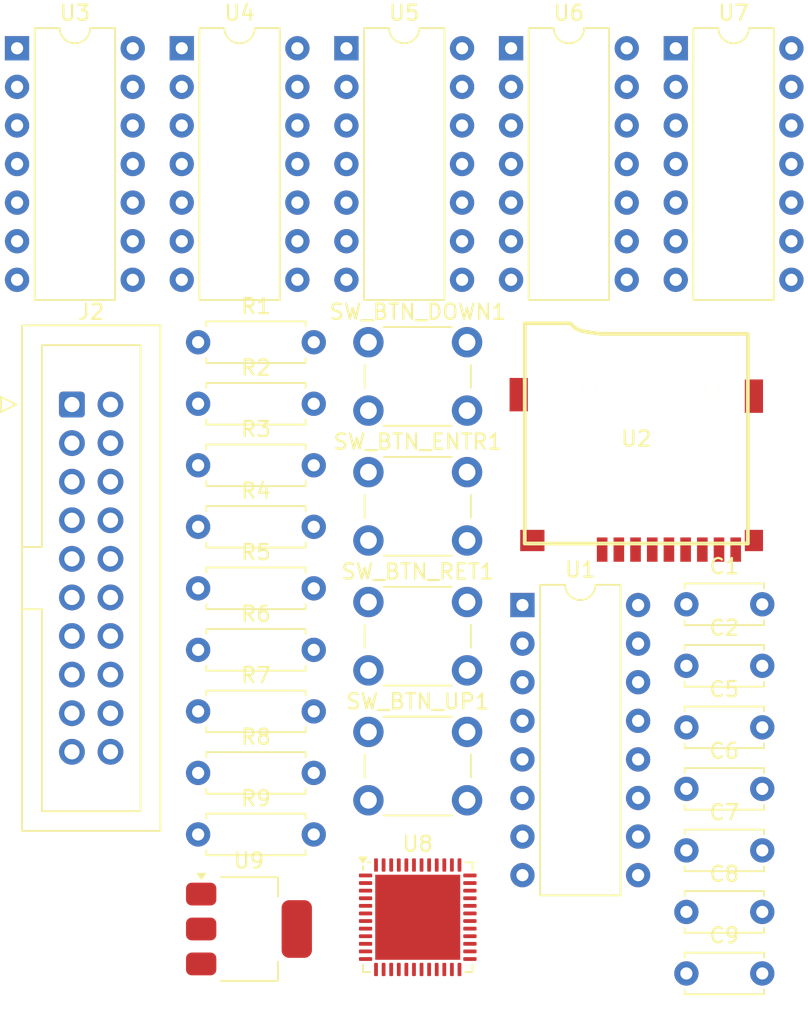
<source format=kicad_pcb>
(kicad_pcb (version 20240108) (generator "pcbnew") (generator_version "8.0")
  (layers (0 "F.Cu" signal) (31 "B.Cu" signal) (34 "B.Paste" user) (35 "F.Paste" user) (36 "B.SilkS" user "B.Silkscreen") (37 "F.SilkS" user "F.Silkscreen") (38 "B.Mask" user) (39 "F.Mask" user) (44 "Edge.Cuts" user))
  (net 0 "")
  (net 1 "Net-(U1A-Cext)")
  (net 2 "Net-(U1A-RCext)")
  (net 3 "Net-(U1B-Cext)")
  (net 4 "Net-(U1B-RCext)")
  (net 5 "GND")
  (net 6 "VCC")
  (net 8 "STEP2")
  (net 9 "WR_REQ")
  (net 10 "STEP3")
  (net 11 "DRIVE_ENABLE")
  (net 12 "STEP0")
  (net 13 "WRDATA")
  (net 18 "STEP1")
  (net 20 "RDDATA")
  (net 21 "WR_PROTECT")
  (net 22 "Net-(R3-Pad1)")
  (net 23 "Net-(R4-Pad1)")
  (net 24 "Net-(R5-Pad1)")
  (net 25 "Net-(R6-Pad1)")
  (net 26 "BTN_DOWN")
  (net 27 "BTN_ENTR")
  (net 28 "BTN_RET")
  (net 29 "BTN_UP")
  (net 30 "Net-(U1A-Q)")
  (net 32 "Net-(U1A-Clr)")
  (net 34 "Net-(U1B-Q)")
  (net 35 "SP1_MISO")
  (net 37 "/{slash}WRDATA")
  (net 38 "SPI2_MISO")
  (net 39 "+3.3V")
  (net 40 "SPI2_SCK")
  (net 41 "SPI2_MOSI")
  (net 42 "SD_EJECT")
  (net 43 "SPI2_NSS")
  (net 44 "WRPROT")
  (net 45 "SPI1_SCK")
  (net 46 "/{slash}WR_REQ")
  (net 47 "C_OUT")
  (net 48 "{slash}DRIVE_ENABLE")
  (net 49 "SPI3_SCK")
  (net 52 "NEW_WRDATA")
  (net 53 "Net-(U5B-D)")
  (net 54 "Net-(U5A-Q)")
  (net 57 "TIM4")
  (net 59 "Net-(U6A-Q3)")
  (net 63 "I2C_SDA")
  (net 64 "Net-(U8-VSS-Pad23)")
  (net 71 "USART1_RX")
  (net 76 "I2C_SCL")
  (net 79 "USART1_TX")
  (net 83 "SP1_SCK")
  (footprint "Package_DIP:DIP-14_W7.62mm" (layer "F.Cu") (at 116.1 35.1)
    (property "Reference" "U5" (at 3.81 -2.33 0) (layer "F.SilkS"))
    (property "Value" "74LS74")
    (fp_line (start 1.16 -1.33) (end 1.16 16.57) (stroke (width 0.12)) (layer "F.SilkS"))
    (fp_line (start 1.16 16.57) (end 6.46 16.57) (stroke (width 0.12)) (layer "F.SilkS"))
    (fp_line (start 2.81 -1.33) (end 1.16 -1.33) (stroke (width 0.12)) (layer "F.SilkS"))
    (fp_line (start 6.46 -1.33) (end 4.81 -1.33) (stroke (width 0.12)) (layer "F.SilkS"))
    (fp_line (start 6.46 16.57) (end 6.46 -1.33) (stroke (width 0.12)) (layer "F.SilkS"))
    (fp_arc (start 4.81 -1.33) (mid 3.81 -0.33) (end 2.81 -1.33) (stroke (width 0.12)) (layer "F.SilkS"))
    (pad "1" thru_hole rect (at 0 0) (size 1.6 1.6) (drill 0.8) (layers "*.Cu" "*.Mask") (net 6 "VCC"))
    (pad "2" thru_hole oval (at 0 2.54) (size 1.6 1.6) (drill 0.8) (layers "*.Cu" "*.Mask") (net 37 "/{slash}WRDATA"))
    (pad "3" thru_hole oval (at 0 5.08) (size 1.6 1.6) (drill 0.8) (layers "*.Cu" "*.Mask") (net 47 "C_OUT"))
    (pad "4" thru_hole oval (at 0 7.62) (size 1.6 1.6) (drill 0.8) (layers "*.Cu" "*.Mask") (net 6 "VCC"))
    (pad "5" thru_hole oval (at 0 10.16) (size 1.6 1.6) (drill 0.8) (layers "*.Cu" "*.Mask") (net 54 "Net-(U5A-Q)"))
    (pad "6" thru_hole oval (at 0 12.7) (size 1.6 1.6) (drill 0.8) (layers "*.Cu" "*.Mask"))
    (pad "7" thru_hole oval (at 0 15.24) (size 1.6 1.6) (drill 0.8) (layers "*.Cu" "*.Mask") (net 5 "GND"))
    (pad "8" thru_hole oval (at 7.62 15.24) (size 1.6 1.6) (drill 0.8) (layers "*.Cu" "*.Mask"))
    (pad "9" thru_hole oval (at 7.62 12.7) (size 1.6 1.6) (drill 0.8) (layers "*.Cu" "*.Mask") (net 52 "NEW_WRDATA"))
    (pad "10" thru_hole oval (at 7.62 10.16) (size 1.6 1.6) (drill 0.8) (layers "*.Cu" "*.Mask") (net 6 "VCC"))
    (pad "11" thru_hole oval (at 7.62 7.62) (size 1.6 1.6) (drill 0.8) (layers "*.Cu" "*.Mask") (net 47 "C_OUT"))
    (pad "12" thru_hole oval (at 7.62 5.08) (size 1.6 1.6) (drill 0.8) (layers "*.Cu" "*.Mask") (net 53 "Net-(U5B-D)"))
    (pad "13" thru_hole oval (at 7.62 2.54) (size 1.6 1.6) (drill 0.8) (layers "*.Cu" "*.Mask") (net 46 "/{slash}WR_REQ"))
    (pad "14" thru_hole oval (at 7.62 0) (size 1.6 1.6) (drill 0.8) (layers "*.Cu" "*.Mask") (net 6 "VCC"))
  )
  (footprint "Connector_IDC:IDC-Header_2x10_P2.54mm_Vertical" (layer "F.Cu") (at 98.015 58.55)
    (property "Reference" "J2" (at 1.27 -6.1 0) (layer "F.SilkS"))
    (property "Value" "APPLE_SDISKII")
    (fp_line (start -4.68 -0.5) (end -4.68 0.5) (stroke (width 0.12)) (layer "F.SilkS"))
    (fp_line (start -4.68 0.5) (end -3.68 0) (stroke (width 0.12)) (layer "F.SilkS"))
    (fp_line (start -3.68 0) (end -4.68 -0.5) (stroke (width 0.12)) (layer "F.SilkS"))
    (fp_line (start -3.29 -5.21) (end 5.83 -5.21) (stroke (width 0.12)) (layer "F.SilkS"))
    (fp_line (start -3.29 9.38) (end -1.98 9.38) (stroke (width 0.12)) (layer "F.SilkS"))
    (fp_line (start -3.29 28.07) (end -3.29 -5.21) (stroke (width 0.12)) (layer "F.SilkS"))
    (fp_line (start -1.98 -3.91) (end 4.52 -3.91) (stroke (width 0.12)) (layer "F.SilkS"))
    (fp_line (start -1.98 9.38) (end -1.98 -3.91) (stroke (width 0.12)) (layer "F.SilkS"))
    (fp_line (start -1.98 13.48) (end -3.29 13.48) (stroke (width 0.12)) (layer "F.SilkS"))
    (fp_line (start -1.98 13.48) (end -1.98 13.48) (stroke (width 0.12)) (layer "F.SilkS"))
    (fp_line (start -1.98 26.77) (end -1.98 13.48) (stroke (width 0.12)) (layer "F.SilkS"))
    (fp_line (start 4.52 -3.91) (end 4.52 26.77) (stroke (width 0.12)) (layer "F.SilkS"))
    (fp_line (start 4.52 26.77) (end -1.98 26.77) (stroke (width 0.12)) (layer "F.SilkS"))
    (fp_line (start 5.83 -5.21) (end 5.83 28.07) (stroke (width 0.12)) (layer "F.SilkS"))
    (fp_line (start 5.83 28.07) (end -3.29 28.07) (stroke (width 0.12)) (layer "F.SilkS"))
    (pad "1" thru_hole roundrect (at 0 0) (size 1.7 1.7) (drill 1) (layers "*.Cu" "*.Mask") (roundrect_rratio 0.147059) (net 5 "GND"))
    (pad "2" thru_hole circle (at 2.54 0) (size 1.7 1.7) (drill 1) (layers "*.Cu" "*.Mask") (net 12 "STEP0"))
    (pad "3" thru_hole circle (at 0 2.54) (size 1.7 1.7) (drill 1) (layers "*.Cu" "*.Mask") (net 5 "GND"))
    (pad "4" thru_hole circle (at 2.54 2.54) (size 1.7 1.7) (drill 1) (layers "*.Cu" "*.Mask") (net 18 "STEP1"))
    (pad "5" thru_hole circle (at 0 5.08) (size 1.7 1.7) (drill 1) (layers "*.Cu" "*.Mask") (net 5 "GND"))
    (pad "6" thru_hole circle (at 2.54 5.08) (size 1.7 1.7) (drill 1) (layers "*.Cu" "*.Mask") (net 8 "STEP2"))
    (pad "7" thru_hole circle (at 0 7.62) (size 1.7 1.7) (drill 1) (layers "*.Cu" "*.Mask") (net 5 "GND"))
    (pad "8" thru_hole circle (at 2.54 7.62) (size 1.7 1.7) (drill 1) (layers "*.Cu" "*.Mask") (net 10 "STEP3"))
    (pad "9" thru_hole circle (at 0 10.16) (size 1.7 1.7) (drill 1) (layers "*.Cu" "*.Mask"))
    (pad "10" thru_hole circle (at 2.54 10.16) (size 1.7 1.7) (drill 1) (layers "*.Cu" "*.Mask") (net 9 "WR_REQ"))
    (pad "11" thru_hole circle (at 0 12.7) (size 1.7 1.7) (drill 1) (layers "*.Cu" "*.Mask"))
    (pad "12" thru_hole circle (at 2.54 12.7) (size 1.7 1.7) (drill 1) (layers "*.Cu" "*.Mask") (net 6 "VCC"))
    (pad "13" thru_hole circle (at 0 15.24) (size 1.7 1.7) (drill 1) (layers "*.Cu" "*.Mask"))
    (pad "14" thru_hole circle (at 2.54 15.24) (size 1.7 1.7) (drill 1) (layers "*.Cu" "*.Mask") (net 11 "DRIVE_ENABLE"))
    (pad "15" thru_hole circle (at 0 17.78) (size 1.7 1.7) (drill 1) (layers "*.Cu" "*.Mask"))
    (pad "16" thru_hole circle (at 2.54 17.78) (size 1.7 1.7) (drill 1) (layers "*.Cu" "*.Mask") (net 20 "RDDATA"))
    (pad "17" thru_hole circle (at 0 20.32) (size 1.7 1.7) (drill 1) (layers "*.Cu" "*.Mask"))
    (pad "18" thru_hole circle (at 2.54 20.32) (size 1.7 1.7) (drill 1) (layers "*.Cu" "*.Mask") (net 13 "WRDATA"))
    (pad "19" thru_hole circle (at 0 22.86) (size 1.7 1.7) (drill 1) (layers "*.Cu" "*.Mask"))
    (pad "20" thru_hole circle (at 2.54 22.86) (size 1.7 1.7) (drill 1) (layers "*.Cu" "*.Mask") (net 21 "WR_PROTECT"))
  )
  (footprint "Resistor_THT:R_Axial_DIN0207_L6.3mm_D2.5mm_P7.62mm_Horizontal" (layer "F.Cu") (at 106.33 74.7)
    (property "Reference" "R6" (at 3.81 -2.37 0) (layer "F.SilkS"))
    (property "Value" "10k")
    (fp_line (start 0.54 -1.37) (end 7.08 -1.37) (stroke (width 0.12)) (layer "F.SilkS"))
    (fp_line (start 0.54 -1.04) (end 0.54 -1.37) (stroke (width 0.12)) (layer "F.SilkS"))
    (fp_line (start 0.54 1.04) (end 0.54 1.37) (stroke (width 0.12)) (layer "F.SilkS"))
    (fp_line (start 0.54 1.37) (end 7.08 1.37) (stroke (width 0.12)) (layer "F.SilkS"))
    (fp_line (start 7.08 -1.37) (end 7.08 -1.04) (stroke (width 0.12)) (layer "F.SilkS"))
    (fp_line (start 7.08 1.37) (end 7.08 1.04) (stroke (width 0.12)) (layer "F.SilkS"))
    (pad "1" thru_hole circle (at 0 0) (size 1.6 1.6) (drill 0.8) (layers "*.Cu" "*.Mask") (net 25 "Net-(R6-Pad1)"))
    (pad "2" thru_hole oval (at 7.62 0) (size 1.6 1.6) (drill 0.8) (layers "*.Cu" "*.Mask") (net 6 "VCC"))
  )
  (footprint "Button_Switch_THT:SW_PUSH_6mm" (layer "F.Cu") (at 117.55 80.1)
    (property "Reference" "SW_BTN_UP1" (at 3.25 -2 0) (layer "F.SilkS"))
    (property "Value" "SW_Push")
    (fp_line (start -0.25 1.5) (end -0.25 3) (stroke (width 0.12)) (layer "F.SilkS"))
    (fp_line (start 1 5.5) (end 5.5 5.5) (stroke (width 0.12)) (layer "F.SilkS"))
    (fp_line (start 5.5 -1) (end 1 -1) (stroke (width 0.12)) (layer "F.SilkS"))
    (fp_line (start 6.75 3) (end 6.75 1.5) (stroke (width 0.12)) (layer "F.SilkS"))
    (pad "1" thru_hole circle (at 0 0 90) (size 2 2) (drill 1.1) (layers "*.Cu" "*.Mask") (net 23 "Net-(R4-Pad1)"))
    (pad "1" thru_hole circle (at 6.5 0 90) (size 2 2) (drill 1.1) (layers "*.Cu" "*.Mask") (net 23 "Net-(R4-Pad1)"))
    (pad "2" thru_hole circle (at 0 4.5 90) (size 2 2) (drill 1.1) (layers "*.Cu" "*.Mask") (net 29 "BTN_UP"))
    (pad "2" thru_hole circle (at 6.5 4.5 90) (size 2 2) (drill 1.1) (layers "*.Cu" "*.Mask") (net 29 "BTN_UP"))
  )
  (footprint "Resistor_THT:R_Axial_DIN0207_L6.3mm_D2.5mm_P7.62mm_Horizontal" (layer "F.Cu") (at 106.33 58.5)
    (property "Reference" "R2" (at 3.81 -2.37 0) (layer "F.SilkS"))
    (property "Value" "10k")
    (fp_line (start 0.54 -1.37) (end 7.08 -1.37) (stroke (width 0.12)) (layer "F.SilkS"))
    (fp_line (start 0.54 -1.04) (end 0.54 -1.37) (stroke (width 0.12)) (layer "F.SilkS"))
    (fp_line (start 0.54 1.04) (end 0.54 1.37) (stroke (width 0.12)) (layer "F.SilkS"))
    (fp_line (start 0.54 1.37) (end 7.08 1.37) (stroke (width 0.12)) (layer "F.SilkS"))
    (fp_line (start 7.08 -1.37) (end 7.08 -1.04) (stroke (width 0.12)) (layer "F.SilkS"))
    (fp_line (start 7.08 1.37) (end 7.08 1.04) (stroke (width 0.12)) (layer "F.SilkS"))
    (pad "1" thru_hole circle (at 0 0) (size 1.6 1.6) (drill 0.8) (layers "*.Cu" "*.Mask") (net 4 "Net-(U1B-RCext)"))
    (pad "2" thru_hole oval (at 7.62 0) (size 1.6 1.6) (drill 0.8) (layers "*.Cu" "*.Mask") (net 6 "VCC"))
  )
  (footprint "Resistor_THT:R_Axial_DIN0207_L6.3mm_D2.5mm_P7.62mm_Horizontal" (layer "F.Cu") (at 106.33 82.8)
    (property "Reference" "R8" (at 3.81 -2.37 0) (layer "F.SilkS"))
    (property "Value" "1k")
    (fp_line (start 0.54 -1.37) (end 7.08 -1.37) (stroke (width 0.12)) (layer "F.SilkS"))
    (fp_line (start 0.54 -1.04) (end 0.54 -1.37) (stroke (width 0.12)) (layer "F.SilkS"))
    (fp_line (start 0.54 1.04) (end 0.54 1.37) (stroke (width 0.12)) (layer "F.SilkS"))
    (fp_line (start 0.54 1.37) (end 7.08 1.37) (stroke (width 0.12)) (layer "F.SilkS"))
    (fp_line (start 7.08 -1.37) (end 7.08 -1.04) (stroke (width 0.12)) (layer "F.SilkS"))
    (fp_line (start 7.08 1.37) (end 7.08 1.04) (stroke (width 0.12)) (layer "F.SilkS"))
    (pad "1" thru_hole circle (at 0 0) (size 1.6 1.6) (drill 0.8) (layers "*.Cu" "*.Mask") (net 6 "VCC"))
    (pad "2" thru_hole oval (at 7.62 0) (size 1.6 1.6) (drill 0.8) (layers "*.Cu" "*.Mask") (net 21 "WR_PROTECT"))
  )
  (footprint "Capacitor_THT:C_Disc_D5.0mm_W2.5mm_P5.00mm" (layer "F.Cu") (at 138.5 96)
    (property "Reference" "C9" (at 2.5 -2.5 0) (layer "F.SilkS"))
    (property "Value" "100nF")
    (fp_line (start -0.12 -1.37) (end -0.12 -1.055) (stroke (width 0.12)) (layer "F.SilkS"))
    (fp_line (start -0.12 -1.37) (end 5.12 -1.37) (stroke (width 0.12)) (layer "F.SilkS"))
    (fp_line (start -0.12 1.055) (end -0.12 1.37) (stroke (width 0.12)) (layer "F.SilkS"))
    (fp_line (start -0.12 1.37) (end 5.12 1.37) (stroke (width 0.12)) (layer "F.SilkS"))
    (fp_line (start 5.12 -1.37) (end 5.12 -1.055) (stroke (width 0.12)) (layer "F.SilkS"))
    (fp_line (start 5.12 1.055) (end 5.12 1.37) (stroke (width 0.12)) (layer "F.SilkS"))
    (pad "1" thru_hole circle (at 0 0) (size 1.6 1.6) (drill 0.8) (layers "*.Cu" "*.Mask") (net 6 "VCC"))
    (pad "2" thru_hole circle (at 5 0) (size 1.6 1.6) (drill 0.8) (layers "*.Cu" "*.Mask") (net 5 "GND"))
  )
  (footprint "Resistor_THT:R_Axial_DIN0207_L6.3mm_D2.5mm_P7.62mm_Horizontal" (layer "F.Cu") (at 106.33 54.45)
    (property "Reference" "R1" (at 3.81 -2.37 0) (layer "F.SilkS"))
    (property "Value" "10k")
    (fp_line (start 0.54 -1.37) (end 7.08 -1.37) (stroke (width 0.12)) (layer "F.SilkS"))
    (fp_line (start 0.54 -1.04) (end 0.54 -1.37) (stroke (width 0.12)) (layer "F.SilkS"))
    (fp_line (start 0.54 1.04) (end 0.54 1.37) (stroke (width 0.12)) (layer "F.SilkS"))
    (fp_line (start 0.54 1.37) (end 7.08 1.37) (stroke (width 0.12)) (layer "F.SilkS"))
    (fp_line (start 7.08 -1.37) (end 7.08 -1.04) (stroke (width 0.12)) (layer "F.SilkS"))
    (fp_line (start 7.08 1.37) (end 7.08 1.04) (stroke (width 0.12)) (layer "F.SilkS"))
    (pad "1" thru_hole circle (at 0 0) (size 1.6 1.6) (drill 0.8) (layers "*.Cu" "*.Mask") (net 2 "Net-(U1A-RCext)"))
    (pad "2" thru_hole oval (at 7.62 0) (size 1.6 1.6) (drill 0.8) (layers "*.Cu" "*.Mask") (net 6 "VCC"))
  )
  (footprint "Capacitor_THT:C_Disc_D5.0mm_W2.5mm_P5.00mm" (layer "F.Cu") (at 138.5 71.7)
    (property "Reference" "C1" (at 2.5 -2.5 0) (layer "F.SilkS"))
    (property "Value" "220pF")
    (fp_line (start -0.12 -1.37) (end -0.12 -1.055) (stroke (width 0.12)) (layer "F.SilkS"))
    (fp_line (start -0.12 -1.37) (end 5.12 -1.37) (stroke (width 0.12)) (layer "F.SilkS"))
    (fp_line (start -0.12 1.055) (end -0.12 1.37) (stroke (width 0.12)) (layer "F.SilkS"))
    (fp_line (start -0.12 1.37) (end 5.12 1.37) (stroke (width 0.12)) (layer "F.SilkS"))
    (fp_line (start 5.12 -1.37) (end 5.12 -1.055) (stroke (width 0.12)) (layer "F.SilkS"))
    (fp_line (start 5.12 1.055) (end 5.12 1.37) (stroke (width 0.12)) (layer "F.SilkS"))
    (pad "1" thru_hole circle (at 0 0) (size 1.6 1.6) (drill 0.8) (layers "*.Cu" "*.Mask") (net 2 "Net-(U1A-RCext)"))
    (pad "2" thru_hole circle (at 5 0) (size 1.6 1.6) (drill 0.8) (layers "*.Cu" "*.Mask") (net 1 "Net-(U1A-Cext)"))
  )
  (footprint "Resistor_THT:R_Axial_DIN0207_L6.3mm_D2.5mm_P7.62mm_Horizontal" (layer "F.Cu") (at 106.33 86.85)
    (property "Reference" "R9" (at 3.81 -2.37 0) (layer "F.SilkS"))
    (property "Value" "1k")
    (fp_line (start 0.54 -1.37) (end 7.08 -1.37) (stroke (width 0.12)) (layer "F.SilkS"))
    (fp_line (start 0.54 -1.04) (end 0.54 -1.37) (stroke (width 0.12)) (layer "F.SilkS"))
    (fp_line (start 0.54 1.04) (end 0.54 1.37) (stroke (width 0.12)) (layer "F.SilkS"))
    (fp_line (start 0.54 1.37) (end 7.08 1.37) (stroke (width 0.12)) (layer "F.SilkS"))
    (fp_line (start 7.08 -1.37) (end 7.08 -1.04) (stroke (width 0.12)) (layer "F.SilkS"))
    (fp_line (start 7.08 1.37) (end 7.08 1.04) (stroke (width 0.12)) (layer "F.SilkS"))
    (pad "1" thru_hole circle (at 0 0) (size 1.6 1.6) (drill 0.8) (layers "*.Cu" "*.Mask") (net 20 "RDDATA"))
    (pad "2" thru_hole oval (at 7.62 0) (size 1.6 1.6) (drill 0.8) (layers "*.Cu" "*.Mask") (net 6 "VCC"))
  )
  (footprint "Resistor_THT:R_Axial_DIN0207_L6.3mm_D2.5mm_P7.62mm_Horizontal" (layer "F.Cu") (at 106.33 66.6)
    (property "Reference" "R4" (at 3.81 -2.37 0) (layer "F.SilkS"))
    (property "Value" "10k")
    (fp_line (start 0.54 -1.37) (end 7.08 -1.37) (stroke (width 0.12)) (layer "F.SilkS"))
    (fp_line (start 0.54 -1.04) (end 0.54 -1.37) (stroke (width 0.12)) (layer "F.SilkS"))
    (fp_line (start 0.54 1.04) (end 0.54 1.37) (stroke (width 0.12)) (layer "F.SilkS"))
    (fp_line (start 0.54 1.37) (end 7.08 1.37) (stroke (width 0.12)) (layer "F.SilkS"))
    (fp_line (start 7.08 -1.37) (end 7.08 -1.04) (stroke (width 0.12)) (layer "F.SilkS"))
    (fp_line (start 7.08 1.37) (end 7.08 1.04) (stroke (width 0.12)) (layer "F.SilkS"))
    (pad "1" thru_hole circle (at 0 0) (size 1.6 1.6) (drill 0.8) (layers "*.Cu" "*.Mask") (net 23 "Net-(R4-Pad1)"))
    (pad "2" thru_hole oval (at 7.62 0) (size 1.6 1.6) (drill 0.8) (layers "*.Cu" "*.Mask") (net 6 "VCC"))
  )
  (footprint "Resistor_THT:R_Axial_DIN0207_L6.3mm_D2.5mm_P7.62mm_Horizontal" (layer "F.Cu") (at 106.33 78.75)
    (property "Reference" "R7" (at 3.81 -2.37 0) (layer "F.SilkS"))
    (property "Value" "1k")
    (fp_line (start 0.54 -1.37) (end 7.08 -1.37) (stroke (width 0.12)) (layer "F.SilkS"))
    (fp_line (start 0.54 -1.04) (end 0.54 -1.37) (stroke (width 0.12)) (layer "F.SilkS"))
    (fp_line (start 0.54 1.04) (end 0.54 1.37) (stroke (width 0.12)) (layer "F.SilkS"))
    (fp_line (start 0.54 1.37) (end 7.08 1.37) (stroke (width 0.12)) (layer "F.SilkS"))
    (fp_line (start 7.08 -1.37) (end 7.08 -1.04) (stroke (width 0.12)) (layer "F.SilkS"))
    (fp_line (start 7.08 1.37) (end 7.08 1.04) (stroke (width 0.12)) (layer "F.SilkS"))
    (pad "1" thru_hole circle (at 0 0) (size 1.6 1.6) (drill 0.8) (layers "*.Cu" "*.Mask") (net 9 "WR_REQ"))
    (pad "2" thru_hole oval (at 7.62 0) (size 1.6 1.6) (drill 0.8) (layers "*.Cu" "*.Mask") (net 6 "VCC"))
  )
  (footprint "Package_DIP:DIP-14_W7.62mm" (layer "F.Cu") (at 94.4 35.1)
    (property "Reference" "U3" (at 3.81 -2.33 0) (layer "F.SilkS"))
    (property "Value" "74LS125")
    (fp_line (start 1.16 -1.33) (end 1.16 16.57) (stroke (width 0.12)) (layer "F.SilkS"))
    (fp_line (start 1.16 16.57) (end 6.46 16.57) (stroke (width 0.12)) (layer "F.SilkS"))
    (fp_line (start 2.81 -1.33) (end 1.16 -1.33) (stroke (width 0.12)) (layer "F.SilkS"))
    (fp_line (start 6.46 -1.33) (end 4.81 -1.33) (stroke (width 0.12)) (layer "F.SilkS"))
    (fp_line (start 6.46 16.57) (end 6.46 -1.33) (stroke (width 0.12)) (layer "F.SilkS"))
    (fp_arc (start 4.81 -1.33) (mid 3.81 -0.33) (end 2.81 -1.33) (stroke (width 0.12)) (layer "F.SilkS"))
    (pad "1" thru_hole rect (at 0 0) (size 1.6 1.6) (drill 0.8) (layers "*.Cu" "*.Mask") (net 11 "DRIVE_ENABLE"))
    (pad "2" thru_hole oval (at 0 2.54) (size 1.6 1.6) (drill 0.8) (layers "*.Cu" "*.Mask") (net 30 "Net-(U1A-Q)"))
    (pad "3" thru_hole oval (at 0 5.08) (size 1.6 1.6) (drill 0.8) (layers "*.Cu" "*.Mask") (net 20 "RDDATA"))
    (pad "4" thru_hole oval (at 0 7.62) (size 1.6 1.6) (drill 0.8) (layers "*.Cu" "*.Mask") (net 11 "DRIVE_ENABLE"))
    (pad "5" thru_hole oval (at 0 10.16) (size 1.6 1.6) (drill 0.8) (layers "*.Cu" "*.Mask") (net 44 "WRPROT"))
    (pad "6" thru_hole oval (at 0 12.7) (size 1.6 1.6) (drill 0.8) (layers "*.Cu" "*.Mask") (net 21 "WR_PROTECT"))
    (pad "7" thru_hole oval (at 0 15.24) (size 1.6 1.6) (drill 0.8) (layers "*.Cu" "*.Mask") (net 5 "GND"))
    (pad "8" thru_hole oval (at 7.62 15.24) (size 1.6 1.6) (drill 0.8) (layers "*.Cu" "*.Mask"))
    (pad "9" thru_hole oval (at 7.62 12.7) (size 1.6 1.6) (drill 0.8) (layers "*.Cu" "*.Mask"))
    (pad "10" thru_hole oval (at 7.62 10.16) (size 1.6 1.6) (drill 0.8) (layers "*.Cu" "*.Mask"))
    (pad "11" thru_hole oval (at 7.62 7.62) (size 1.6 1.6) (drill 0.8) (layers "*.Cu" "*.Mask"))
    (pad "12" thru_hole oval (at 7.62 5.08) (size 1.6 1.6) (drill 0.8) (layers "*.Cu" "*.Mask"))
    (pad "13" thru_hole oval (at 7.62 2.54) (size 1.6 1.6) (drill 0.8) (layers "*.Cu" "*.Mask"))
    (pad "14" thru_hole oval (at 7.62 0) (size 1.6 1.6) (drill 0.8) (layers "*.Cu" "*.Mask") (net 6 "VCC"))
  )
  (footprint "Capacitor_THT:C_Disc_D5.0mm_W2.5mm_P5.00mm" (layer "F.Cu") (at 138.5 87.9)
    (property "Reference" "C7" (at 2.5 -2.5 0) (layer "F.SilkS"))
    (property "Value" "100nF")
    (fp_line (start -0.12 -1.37) (end -0.12 -1.055) (stroke (width 0.12)) (layer "F.SilkS"))
    (fp_line (start -0.12 -1.37) (end 5.12 -1.37) (stroke (width 0.12)) (layer "F.SilkS"))
    (fp_line (start -0.12 1.055) (end -0.12 1.37) (stroke (width 0.12)) (layer "F.SilkS"))
    (fp_line (start -0.12 1.37) (end 5.12 1.37) (stroke (width 0.12)) (layer "F.SilkS"))
    (fp_line (start 5.12 -1.37) (end 5.12 -1.055) (stroke (width 0.12)) (layer "F.SilkS"))
    (fp_line (start 5.12 1.055) (end 5.12 1.37) (stroke (width 0.12)) (layer "F.SilkS"))
    (pad "1" thru_hole circle (at 0 0) (size 1.6 1.6) (drill 0.8) (layers "*.Cu" "*.Mask") (net 6 "VCC"))
    (pad "2" thru_hole circle (at 5 0) (size 1.6 1.6) (drill 0.8) (layers "*.Cu" "*.Mask") (net 5 "GND"))
  )
  (footprint "Capacitor_THT:C_Disc_D5.0mm_W2.5mm_P5.00mm" (layer "F.Cu") (at 138.5 79.8)
    (property "Reference" "C5" (at 2.5 -2.5 0) (layer "F.SilkS"))
    (property "Value" "100nF")
    (fp_line (start -0.12 -1.37) (end -0.12 -1.055) (stroke (width 0.12)) (layer "F.SilkS"))
    (fp_line (start -0.12 -1.37) (end 5.12 -1.37) (stroke (width 0.12)) (layer "F.SilkS"))
    (fp_line (start -0.12 1.055) (end -0.12 1.37) (stroke (width 0.12)) (layer "F.SilkS"))
    (fp_line (start -0.12 1.37) (end 5.12 1.37) (stroke (width 0.12)) (layer "F.SilkS"))
    (fp_line (start 5.12 -1.37) (end 5.12 -1.055) (stroke (width 0.12)) (layer "F.SilkS"))
    (fp_line (start 5.12 1.055) (end 5.12 1.37) (stroke (width 0.12)) (layer "F.SilkS"))
    (pad "1" thru_hole circle (at 0 0) (size 1.6 1.6) (drill 0.8) (layers "*.Cu" "*.Mask") (net 6 "VCC"))
    (pad "2" thru_hole circle (at 5 0) (size 1.6 1.6) (drill 0.8) (layers "*.Cu" "*.Mask") (net 5 "GND"))
  )
  (footprint "Package_DIP:DIP-14_W7.62mm" (layer "F.Cu") (at 105.25 35.1)
    (property "Reference" "U4" (at 3.81 -2.33 0) (layer "F.SilkS"))
    (property "Value" "74LS14")
    (fp_line (start 1.16 -1.33) (end 1.16 16.57) (stroke (width 0.12)) (layer "F.SilkS"))
    (fp_line (start 1.16 16.57) (end 6.46 16.57) (stroke (width 0.12)) (layer "F.SilkS"))
    (fp_line (start 2.81 -1.33) (end 1.16 -1.33) (stroke (width 0.12)) (layer "F.SilkS"))
    (fp_line (start 6.46 -1.33) (end 4.81 -1.33) (stroke (width 0.12)) (layer "F.SilkS"))
    (fp_line (start 6.46 16.57) (end 6.46 -1.33) (stroke (width 0.12)) (layer "F.SilkS"))
    (fp_arc (start 4.81 -1.33) (mid 3.81 -0.33) (end 2.81 -1.33) (stroke (width 0.12)) (layer "F.SilkS"))
    (pad "1" thru_hole rect (at 0 0) (size 1.6 1.6) (drill 0.8) (layers "*.Cu" "*.Mask") (net 45 "SPI1_SCK"))
    (pad "2" thru_hole oval (at 0 2.54) (size 1.6 1.6) (drill 0.8) (layers "*.Cu" "*.Mask") (net 32 "Net-(U1A-Clr)"))
    (pad "3" thru_hole oval (at 0 5.08) (size 1.6 1.6) (drill 0.8) (layers "*.Cu" "*.Mask") (net 9 "WR_REQ"))
    (pad "4" thru_hole oval (at 0 7.62) (size 1.6 1.6) (drill 0.8) (layers "*.Cu" "*.Mask") (net 46 "/{slash}WR_REQ"))
    (pad "5" thru_hole oval (at 0 10.16) (size 1.6 1.6) (drill 0.8) (layers "*.Cu" "*.Mask") (net 13 "WRDATA"))
    (pad "6" thru_hole oval (at 0 12.7) (size 1.6 1.6) (drill 0.8) (layers "*.Cu" "*.Mask") (net 37 "/{slash}WRDATA"))
    (pad "7" thru_hole oval (at 0 15.24) (size 1.6 1.6) (drill 0.8) (layers "*.Cu" "*.Mask") (net 5 "GND"))
    (pad "8" thru_hole oval (at 7.62 15.24) (size 1.6 1.6) (drill 0.8) (layers "*.Cu" "*.Mask") (net 49 "SPI3_SCK"))
    (pad "9" thru_hole oval (at 7.62 12.7) (size 1.6 1.6) (drill 0.8) (layers "*.Cu" "*.Mask") (net 47 "C_OUT"))
    (pad "10" thru_hole oval (at 7.62 10.16) (size 1.6 1.6) (drill 0.8) (layers "*.Cu" "*.Mask") (net 48 "{slash}DRIVE_ENABLE"))
    (pad "11" thru_hole oval (at 7.62 7.62) (size 1.6 1.6) (drill 0.8) (layers "*.Cu" "*.Mask") (net 11 "DRIVE_ENABLE"))
    (pad "12" thru_hole oval (at 7.62 5.08) (size 1.6 1.6) (drill 0.8) (layers "*.Cu" "*.Mask"))
    (pad "13" thru_hole oval (at 7.62 2.54) (size 1.6 1.6) (drill 0.8) (layers "*.Cu" "*.Mask"))
    (pad "14" thru_hole oval (at 7.62 0) (size 1.6 1.6) (drill 0.8) (layers "*.Cu" "*.Mask") (net 6 "VCC"))
  )
  (footprint "Package_DIP:DIP-14_W7.62mm" (layer "F.Cu") (at 137.8 35.1)
    (property "Reference" "U7" (at 3.81 -2.33 0) (layer "F.SilkS"))
    (property "Value" "74LS86")
    (fp_line (start 1.16 -1.33) (end 1.16 16.57) (stroke (width 0.12)) (layer "F.SilkS"))
    (fp_line (start 1.16 16.57) (end 6.46 16.57) (stroke (width 0.12)) (layer "F.SilkS"))
    (fp_line (start 2.81 -1.33) (end 1.16 -1.33) (stroke (width 0.12)) (layer "F.SilkS"))
    (fp_line (start 6.46 -1.33) (end 4.81 -1.33) (stroke (width 0.12)) (layer "F.SilkS"))
    (fp_line (start 6.46 16.57) (end 6.46 -1.33) (stroke (width 0.12)) (layer "F.SilkS"))
    (fp_arc (start 4.81 -1.33) (mid 3.81 -0.33) (end 2.81 -1.33) (stroke (width 0.12)) (layer "F.SilkS"))
    (pad "1" thru_hole rect (at 0 0) (size 1.6 1.6) (drill 0.8) (layers "*.Cu" "*.Mask") (net 37 "/{slash}WRDATA"))
    (pad "2" thru_hole oval (at 0 2.54) (size 1.6 1.6) (drill 0.8) (layers "*.Cu" "*.Mask") (net 54 "Net-(U5A-Q)"))
    (pad "3" thru_hole oval (at 0 5.08) (size 1.6 1.6) (drill 0.8) (layers "*.Cu" "*.Mask") (net 53 "Net-(U5B-D)"))
    (pad "4" thru_hole oval (at 0 7.62) (size 1.6 1.6) (drill 0.8) (layers "*.Cu" "*.Mask"))
    (pad "5" thru_hole oval (at 0 10.16) (size 1.6 1.6) (drill 0.8) (layers "*.Cu" "*.Mask"))
    (pad "6" thru_hole oval (at 0 12.7) (size 1.6 1.6) (drill 0.8) (layers "*.Cu" "*.Mask"))
    (pad "7" thru_hole oval (at 0 15.24) (size 1.6 1.6) (drill 0.8) (layers "*.Cu" "*.Mask") (net 5 "GND"))
    (pad "8" thru_hole oval (at 7.62 15.24) (size 1.6 1.6) (drill 0.8) (layers "*.Cu" "*.Mask"))
    (pad "9" thru_hole oval (at 7.62 12.7) (size 1.6 1.6) (drill 0.8) (layers "*.Cu" "*.Mask"))
    (pad "10" thru_hole oval (at 7.62 10.16) (size 1.6 1.6) (drill 0.8) (layers "*.Cu" "*.Mask"))
    (pad "11" thru_hole oval (at 7.62 7.62) (size 1.6 1.6) (drill 0.8) (layers "*.Cu" "*.Mask"))
    (pad "12" thru_hole oval (at 7.62 5.08) (size 1.6 1.6) (drill 0.8) (layers "*.Cu" "*.Mask"))
    (pad "13" thru_hole oval (at 7.62 2.54) (size 1.6 1.6) (drill 0.8) (layers "*.Cu" "*.Mask"))
    (pad "14" thru_hole oval (at 7.62 0) (size 1.6 1.6) (drill 0.8) (layers "*.Cu" "*.Mask") (net 6 "VCC"))
  )
  (footprint "Button_Switch_THT:SW_PUSH_6mm" (layer "F.Cu") (at 117.55 63)
    (property "Reference" "SW_BTN_ENTR1" (at 3.25 -2 0) (layer "F.SilkS"))
    (property "Value" "SW_Push")
    (fp_line (start -0.25 1.5) (end -0.25 3) (stroke (width 0.12)) (layer "F.SilkS"))
    (fp_line (start 1 5.5) (end 5.5 5.5) (stroke (width 0.12)) (layer "F.SilkS"))
    (fp_line (start 5.5 -1) (end 1 -1) (stroke (width 0.12)) (layer "F.SilkS"))
    (fp_line (start 6.75 3) (end 6.75 1.5) (stroke (width 0.12)) (layer "F.SilkS"))
    (pad "1" thru_hole circle (at 0 0 90) (size 2 2) (drill 1.1) (layers "*.Cu" "*.Mask") (net 22 "Net-(R3-Pad1)"))
    (pad "1" thru_hole circle (at 6.5 0 90) (size 2 2) (drill 1.1) (layers "*.Cu" "*.Mask") (net 22 "Net-(R3-Pad1)"))
    (pad "2" thru_hole circle (at 0 4.5 90) (size 2 2) (drill 1.1) (layers "*.Cu" "*.Mask") (net 27 "BTN_ENTR"))
    (pad "2" thru_hole circle (at 6.5 4.5 90) (size 2 2) (drill 1.1) (layers "*.Cu" "*.Mask") (net 27 "BTN_ENTR"))
  )
  (footprint "Capacitor_THT:C_Disc_D5.0mm_W2.5mm_P5.00mm" (layer "F.Cu") (at 138.5 91.95)
    (property "Reference" "C8" (at 2.5 -2.5 0) (layer "F.SilkS"))
    (property "Value" "100nF")
    (fp_line (start -0.12 -1.37) (end -0.12 -1.055) (stroke (width 0.12)) (layer "F.SilkS"))
    (fp_line (start -0.12 -1.37) (end 5.12 -1.37) (stroke (width 0.12)) (layer "F.SilkS"))
    (fp_line (start -0.12 1.055) (end -0.12 1.37) (stroke (width 0.12)) (layer "F.SilkS"))
    (fp_line (start -0.12 1.37) (end 5.12 1.37) (stroke (width 0.12)) (layer "F.SilkS"))
    (fp_line (start 5.12 -1.37) (end 5.12 -1.055) (stroke (width 0.12)) (layer "F.SilkS"))
    (fp_line (start 5.12 1.055) (end 5.12 1.37) (stroke (width 0.12)) (layer "F.SilkS"))
    (pad "1" thru_hole circle (at 0 0) (size 1.6 1.6) (drill 0.8) (layers "*.Cu" "*.Mask") (net 6 "VCC"))
    (pad "2" thru_hole circle (at 5 0) (size 1.6 1.6) (drill 0.8) (layers "*.Cu" "*.Mask") (net 5 "GND"))
  )
  (footprint "Capacitor_THT:C_Disc_D5.0mm_W2.5mm_P5.00mm" (layer "F.Cu") (at 138.5 75.75)
    (property "Reference" "C2" (at 2.5 -2.5 0) (layer "F.SilkS"))
    (property "Value" "47pF")
    (fp_line (start -0.12 -1.37) (end -0.12 -1.055) (stroke (width 0.12)) (layer "F.SilkS"))
    (fp_line (start -0.12 -1.37) (end 5.12 -1.37) (stroke (width 0.12)) (layer "F.SilkS"))
    (fp_line (start -0.12 1.055) (end -0.12 1.37) (stroke (width 0.12)) (layer "F.SilkS"))
    (fp_line (start -0.12 1.37) (end 5.12 1.37) (stroke (width 0.12)) (layer "F.SilkS"))
    (fp_line (start 5.12 -1.37) (end 5.12 -1.055) (stroke (width 0.12)) (layer "F.SilkS"))
    (fp_line (start 5.12 1.055) (end 5.12 1.37) (stroke (width 0.12)) (layer "F.SilkS"))
    (pad "1" thru_hole circle (at 0 0) (size 1.6 1.6) (drill 0.8) (layers "*.Cu" "*.Mask") (net 3 "Net-(U1B-Cext)"))
    (pad "2" thru_hole circle (at 5 0) (size 1.6 1.6) (drill 0.8) (layers "*.Cu" "*.Mask") (net 4 "Net-(U1B-RCext)"))
  )
  (footprint "Package_DFN_QFN:QFN-48-1EP_7x7mm_P0.5mm_EP5.6x5.6mm" (layer "F.Cu") (at 120.8 92.3)
    (property "Reference" "U8" (at 0 -4.83 0) (layer "F.SilkS"))
    (property "Value" "STM32F401CCUx")
    (fp_line (start -3.61 -3.135) (end -3.61 -3.37) (stroke (width 0.12)) (layer "F.SilkS"))
    (fp_line (start -3.61 3.61) (end -3.61 3.135) (stroke (width 0.12)) (layer "F.SilkS"))
    (fp_line (start -3.135 -3.61) (end -3.31 -3.61) (stroke (width 0.12)) (layer "F.SilkS"))
    (fp_line (start -3.135 3.61) (end -3.61 3.61) (stroke (width 0.12)) (layer "F.SilkS"))
    (fp_line (start 3.135 -3.61) (end 3.61 -3.61) (stroke (width 0.12)) (layer "F.SilkS"))
    (fp_line (start 3.135 3.61) (end 3.61 3.61) (stroke (width 0.12)) (layer "F.SilkS"))
    (fp_line (start 3.61 -3.61) (end 3.61 -3.135) (stroke (width 0.12)) (layer "F.SilkS"))
    (fp_line (start 3.61 3.61) (end 3.61 3.135) (stroke (width 0.12)) (layer "F.SilkS"))
    (fp_poly (pts (xy -3.61 -3.61) (xy -3.85 -3.94) (xy -3.37 -3.94) (xy -3.61 -3.61)) (stroke (width 0.12)) (fill solid) (layer "F.SilkS"))
    (pad "1" smd roundrect (at -3.4375 -2.75) (size 0.875 0.25) (layers "F.Cu" "F.Paste" "F.Mask"))
    (pad "2" smd roundrect (at -3.4375 -2.25) (size 0.875 0.25) (layers "F.Cu" "F.Paste" "F.Mask") (net 27 "BTN_ENTR"))
    (pad "3" smd roundrect (at -3.4375 -1.75) (size 0.875 0.25) (layers "F.Cu" "F.Paste" "F.Mask") (net 29 "BTN_UP"))
    (pad "4" smd roundrect (at -3.4375 -1.25) (size 0.875 0.25) (layers "F.Cu" "F.Paste" "F.Mask") (net 26 "BTN_DOWN"))
    (pad "5" smd roundrect (at -3.4375 -0.75) (size 0.875 0.25) (layers "F.Cu" "F.Paste" "F.Mask"))
    (pad "6" smd roundrect (at -3.4375 -0.25) (size 0.875 0.25) (layers "F.Cu" "F.Paste" "F.Mask"))
    (pad "7" smd roundrect (at -3.4375 0.25) (size 0.875 0.25) (layers "F.Cu" "F.Paste" "F.Mask"))
    (pad "8" smd roundrect (at -3.4375 0.75) (size 0.875 0.25) (layers "F.Cu" "F.Paste" "F.Mask"))
    (pad "9" smd roundrect (at -3.4375 1.25) (size 0.875 0.25) (layers "F.Cu" "F.Paste" "F.Mask"))
    (pad "10" smd roundrect (at -3.4375 1.75) (size 0.875 0.25) (layers "F.Cu" "F.Paste" "F.Mask") (net 12 "STEP0"))
    (pad "11" smd roundrect (at -3.4375 2.25) (size 0.875 0.25) (layers "F.Cu" "F.Paste" "F.Mask") (net 18 "STEP1"))
    (pad "12" smd roundrect (at -3.4375 2.75) (size 0.875 0.25) (layers "F.Cu" "F.Paste" "F.Mask") (net 8 "STEP2"))
    (pad "13" smd roundrect (at -2.75 3.4375) (size 0.25 0.875) (layers "F.Cu" "F.Paste" "F.Mask") (net 10 "STEP3"))
    (pad "14" smd roundrect (at -2.25 3.4375) (size 0.25 0.875) (layers "F.Cu" "F.Paste" "F.Mask") (net 48 "{slash}DRIVE_ENABLE"))
    (pad "15" smd roundrect (at -1.75 3.4375) (size 0.25 0.875) (layers "F.Cu" "F.Paste" "F.Mask") (net 83 "SP1_SCK"))
    (pad "16" smd roundrect (at -1.25 3.4375) (size 0.25 0.875) (layers "F.Cu" "F.Paste" "F.Mask") (net 35 "SP1_MISO"))
    (pad "17" smd roundrect (at -0.75 3.4375) (size 0.25 0.875) (layers "F.Cu" "F.Paste" "F.Mask") (net 42 "SD_EJECT"))
    (pad "18" smd roundrect (at -0.25 3.4375) (size 0.25 0.875) (layers "F.Cu" "F.Paste" "F.Mask"))
    (pad "19" smd roundrect (at 0.25 3.4375) (size 0.25 0.875) (layers "F.Cu" "F.Paste" "F.Mask") (net 44 "WRPROT"))
    (pad "20" smd roundrect (at 0.75 3.4375) (size 0.25 0.875) (layers "F.Cu" "F.Paste" "F.Mask"))
    (pad "21" smd roundrect (at 1.25 3.4375) (size 0.25 0.875) (layers "F.Cu" "F.Paste" "F.Mask") (net 28 "BTN_RET"))
    (pad "22" smd roundrect (at 1.75 3.4375) (size 0.25 0.875) (layers "F.Cu" "F.Paste" "F.Mask"))
    (pad "23" smd roundrect (at 2.25 3.4375) (size 0.25 0.875) (layers "F.Cu" "F.Paste" "F.Mask") (net 64 "Net-(U8-VSS-Pad23)"))
    (pad "24" smd roundrect (at 2.75 3.4375) (size 0.25 0.875) (layers "F.Cu" "F.Paste" "F.Mask"))
    (pad "25" smd roundrect (at 3.4375 2.75) (size 0.875 0.25) (layers "F.Cu" "F.Paste" "F.Mask") (net 43 "SPI2_NSS"))
    (pad "26" smd roundrect (at 3.4375 2.25) (size 0.875 0.25) (layers "F.Cu" "F.Paste" "F.Mask") (net 40 "SPI2_SCK"))
    (pad "27" smd roundrect (at 3.4375 1.75) (size 0.875 0.25) (layers "F.Cu" "F.Paste" "F.Mask") (net 38 "SPI2_MISO"))
    (pad "28" smd roundrect (at 3.4375 1.25) (size 0.875 0.25) (layers "F.Cu" "F.Paste" "F.Mask") (net 41 "SPI2_MOSI"))
    (pad "29" smd roundrect (at 3.4375 0.75) (size 0.875 0.25) (layers "F.Cu" "F.Paste" "F.Mask"))
    (pad "30" smd roundrect (at 3.4375 0.25) (size 0.875 0.25) (layers "F.Cu" "F.Paste" "F.Mask") (net 79 "USART1_TX"))
    (pad "31" smd roundrect (at 3.4375 -0.25) (size 0.875 0.25) (layers "F.Cu" "F.Paste" "F.Mask") (net 71 "USART1_RX"))
    (pad "32" smd roundrect (at 3.4375 -0.75) (size 0.875 0.25) (layers "F.Cu" "F.Paste" "F.Mask"))
    (pad "33" smd roundrect (at 3.4375 -1.25) (size 0.875 0.25) (layers "F.Cu" "F.Paste" "F.Mask"))
    (pad "34" smd roundrect (at 3.4375 -1.75) (size 0.875 0.25) (layers "F.Cu" "F.Paste" "F.Mask"))
    (pad "35" smd roundrect (at 3.4375 -2.25) (size 0.875 0.25) (layers "F.Cu" "F.Paste" "F.Mask") (net 64 "Net-(U8-VSS-Pad23)"))
    (pad "36" smd roundrect (at 3.4375 -2.75) (size 0.875 0.25) (layers "F.Cu" "F.Paste" "F.Mask"))
    (pad "37" smd roundrect (at 2.75 -3.4375) (size 0.25 0.875) (layers "F.Cu" "F.Paste" "F.Mask"))
    (pad "38" smd roundrect (at 2.25 -3.4375) (size 0.25 0.875) (layers "F.Cu" "F.Paste" "F.Mask"))
    (pad "39" smd roundrect (at 1.75 -3.4375) (size 0.25 0.875) (layers "F.Cu" "F.Paste" "F.Mask") (net 49 "SPI3_SCK"))
    (pad "40" smd roundrect (at 1.25 -3.4375) (size 0.25 0.875) (layers "F.Cu" "F.Paste" "F.Mask") (net 45 "SPI1_SCK"))
    (pad "41" smd roundrect (at 0.75 -3.4375) (size 0.25 0.875) (layers "F.Cu" "F.Paste" "F.Mask") (net 52 "NEW_WRDATA"))
    (pad "42" smd roundrect (at 0.25 -3.4375) (size 0.25 0.875) (layers "F.Cu" "F.Paste" "F.Mask") (net 76 "I2C_SCL"))
    (pad "43" smd roundrect (at -0.25 -3.4375) (size 0.25 0.875) (layers "F.Cu" "F.Paste" "F.Mask") (net 63 "I2C_SDA"))
    (pad "44" smd roundrect (at -0.75 -3.4375) (size 0.25 0.875) (layers "F.Cu" "F.Paste" "F.Mask"))
    (pad "45" smd roundrect (at -1.25 -3.4375) (size 0.25 0.875) (layers "F.Cu" "F.Paste" "F.Mask") (net 57 "TIM4"))
    (pad "46" smd roundrect (at -1.75 -3.4375) (size 0.25 0.875) (layers "F.Cu" "F.Paste" "F.Mask") (net 9 "WR_REQ"))
    (pad "47" smd roundrect (at -2.25 -3.4375) (size 0.25 0.875) (layers "F.Cu" "F.Paste" "F.Mask") (net 64 "Net-(U8-VSS-Pad23)"))
    (pad "48" smd roundrect (at -2.75 -3.4375) (size 0.25 0.875) (layers "F.Cu" "F.Paste" "F.Mask"))
    (pad "49" smd rect (at 0 0) (size 5.6 5.6) (property pad_prop_heatsink) (layers "F.Cu" "F.Mask") (net 64 "Net-(U8-VSS-Pad23)"))
  )
  (footprint "Package_TO_SOT_SMD:SOT-223-3_TabPin2" (layer "F.Cu") (at 109.68 93.075)
    (property "Reference" "U9" (at 0 -4.5 0) (layer "F.SilkS"))
    (property "Value" "TLV76133DCY")
    (fp_line (start -1.85 -3.41) (end 1.91 -3.41) (stroke (width 0.12)) (layer "F.SilkS"))
    (fp_line (start -1.85 3.41) (end 1.91 3.41) (stroke (width 0.12)) (layer "F.SilkS"))
    (fp_line (start 1.91 -3.41) (end 1.91 -2.15) (stroke (width 0.12)) (layer "F.SilkS"))
    (fp_line (start 1.91 3.41) (end 1.91 2.15) (stroke (width 0.12)) (layer "F.SilkS"))
    (fp_poly (pts (xy -3.13 -3.31) (xy -3.37 -3.64) (xy -2.89 -3.64) (xy -3.13 -3.31)) (stroke (width 0.12)) (fill solid) (layer "F.SilkS"))
    (pad "1" smd roundrect (at -3.15 -2.3) (size 2 1.5) (layers "F.Cu" "F.Paste" "F.Mask") (net 5 "GND"))
    (pad "2" smd roundrect (at -3.15 0) (size 2 1.5) (layers "F.Cu" "F.Paste" "F.Mask") (net 39 "+3.3V"))
    (pad "2" smd roundrect (at 3.15 0) (size 2 3.8) (layers "F.Cu" "F.Paste" "F.Mask") (net 39 "+3.3V"))
    (pad "3" smd roundrect (at -3.15 2.3) (size 2 1.5) (layers "F.Cu" "F.Paste" "F.Mask") (net 6 "VCC"))
  )
  (footprint "Capacitor_THT:C_Disc_D5.0mm_W2.5mm_P5.00mm" (layer "F.Cu") (at 138.5 83.85)
    (property "Reference" "C6" (at 2.5 -2.5 0) (layer "F.SilkS"))
    (property "Value" "100nF")
    (fp_line (start -0.12 -1.37) (end -0.12 -1.055) (stroke (width 0.12)) (layer "F.SilkS"))
    (fp_line (start -0.12 -1.37) (end 5.12 -1.37) (stroke (width 0.12)) (layer "F.SilkS"))
    (fp_line (start -0.12 1.055) (end -0.12 1.37) (stroke (width 0.12)) (layer "F.SilkS"))
    (fp_line (start -0.12 1.37) (end 5.12 1.37) (stroke (width 0.12)) (layer "F.SilkS"))
    (fp_line (start 5.12 -1.37) (end 5.12 -1.055) (stroke (width 0.12)) (layer "F.SilkS"))
    (fp_line (start 5.12 1.055) (end 5.12 1.37) (stroke (width 0.12)) (layer "F.SilkS"))
    (pad "1" thru_hole circle (at 0 0) (size 1.6 1.6) (drill 0.8) (layers "*.Cu" "*.Mask") (net 6 "VCC"))
    (pad "2" thru_hole circle (at 5 0) (size 1.6 1.6) (drill 0.8) (layers "*.Cu" "*.Mask") (net 5 "GND"))
  )
  (footprint "Resistor_THT:R_Axial_DIN0207_L6.3mm_D2.5mm_P7.62mm_Horizontal" (layer "F.Cu") (at 106.33 70.65)
    (property "Reference" "R5" (at 3.81 -2.37 0) (layer "F.SilkS"))
    (property "Value" "10k")
    (fp_line (start 0.54 -1.37) (end 7.08 -1.37) (stroke (width 0.12)) (layer "F.SilkS"))
    (fp_line (start 0.54 -1.04) (end 0.54 -1.37) (stroke (width 0.12)) (layer "F.SilkS"))
    (fp_line (start 0.54 1.04) (end 0.54 1.37) (stroke (width 0.12)) (layer "F.SilkS"))
    (fp_line (start 0.54 1.37) (end 7.08 1.37) (stroke (width 0.12)) (layer "F.SilkS"))
    (fp_line (start 7.08 -1.37) (end 7.08 -1.04) (stroke (width 0.12)) (layer "F.SilkS"))
    (fp_line (start 7.08 1.37) (end 7.08 1.04) (stroke (width 0.12)) (layer "F.SilkS"))
    (pad "1" thru_hole circle (at 0 0) (size 1.6 1.6) (drill 0.8) (layers "*.Cu" "*.Mask") (net 24 "Net-(R5-Pad1)"))
    (pad "2" thru_hole oval (at 7.62 0) (size 1.6 1.6) (drill 0.8) (layers "*.Cu" "*.Mask") (net 6 "VCC"))
  )
  (footprint "sdisk_stm32:GCT-MEM2055-00-190-01-A" (layer "F.Cu") (at 135.2 68.9)
    (property "Reference" "U2" (at 0 -8.1 0) (layer "F.SilkS"))
    (property "Value" "MicroSD_SPI_CD")
    (fp_line (start -7.35 -15.7) (end -7.35 -1.2) (stroke (width 0.25)) (layer "F.SilkS"))
    (fp_line (start -4.35 -15.7) (end -7.35 -15.7) (stroke (width 0.25)) (layer "F.SilkS"))
    (fp_line (start -4.05 -15.4) (end -4.35 -15.7) (stroke (width 0.25)) (layer "F.SilkS"))
    (fp_line (start -3.65 -15.2) (end -4.05 -15.4) (stroke (width 0.25)) (layer "F.SilkS"))
    (fp_line (start -3.05 -15.1) (end -3.65 -15.2) (stroke (width 0.25)) (layer "F.SilkS"))
    (fp_line (start -2.35 -15) (end -3.05 -15.1) (stroke (width 0.25)) (layer "F.SilkS"))
    (fp_line (start 7.35 -15) (end -2.35 -15) (stroke (width 0.25)) (layer "F.SilkS"))
    (fp_line (start 7.35 -1.2) (end -7.35 -1.2) (stroke (width 0.25)) (layer "F.SilkS"))
    (fp_line (start 7.35 -1.2) (end 7.35 -15) (stroke (width 0.25)) (layer "F.SilkS"))
    (pad "" smd rect (at -6.85 -1.4) (size 1.6 1.4) (layers "F.Cu" "F.Paste" "F.Mask"))
    (pad "" np_thru_hole circle (at -3.05 -11.3 180) (size 1 1) (drill 1) (layers "*.Cu" "*.Mask" "F.SilkS"))
    (pad "" np_thru_hole circle (at 4.95 -11.3 180) (size 1 1) (drill 1) (layers "*.Cu" "*.Mask" "F.SilkS"))
    (pad "" smd rect (at 7.75 -10.9 180) (size 1.2 2.2) (layers "F.Cu" "F.Paste" "F.Mask"))
    (pad "1" smd rect (at -2.25 -0.8) (size 0.7 1.6) (layers "F.Cu" "F.Paste" "F.Mask"))
    (pad "2" smd rect (at -1.15 -0.8) (size 0.7 1.6) (layers "F.Cu" "F.Paste" "F.Mask") (net 43 "SPI2_NSS"))
    (pad "3" smd rect (at -0.05 -0.8) (size 0.7 1.6) (layers "F.Cu" "F.Paste" "F.Mask") (net 41 "SPI2_MOSI"))
    (pad "4" smd rect (at 1.05 -0.8) (size 0.7 1.6) (layers "F.Cu" "F.Paste" "F.Mask") (net 39 "+3.3V"))
    (pad "5" smd rect (at 2.15 -0.8) (size 0.7 1.6) (layers "F.Cu" "F.Paste" "F.Mask") (net 40 "SPI2_SCK"))
    (pad "6" smd rect (at 3.25 -0.8) (size 0.7 1.6) (layers "F.Cu" "F.Paste" "F.Mask") (net 5 "GND"))
    (pad "7" smd rect (at 4.35 -0.8) (size 0.7 1.6) (layers "F.Cu" "F.Paste" "F.Mask") (net 38 "SPI2_MISO"))
    (pad "8" smd rect (at 5.45 -0.8) (size 0.7 1.6) (layers "F.Cu" "F.Paste" "F.Mask"))
    (pad "9" smd rect (at 6.55 -0.8) (size 0.7 1.6) (layers "F.Cu" "F.Paste" "F.Mask") (net 42 "SD_EJECT"))
    (pad "10" smd rect (at 7.75 -1.4) (size 1.2 1.4) (layers "F.Cu" "F.Paste" "F.Mask"))
    (pad "~" smd rect (at -7.75 -11 180) (size 1.2 2.2) (layers "F.Cu" "F.Paste" "F.Mask"))
  )
  (footprint "Button_Switch_THT:SW_PUSH_6mm" (layer "F.Cu") (at 117.55 71.55)
    (property "Reference" "SW_BTN_RET1" (at 3.25 -2 0) (layer "F.SilkS"))
    (property "Value" "SW_Push")
    (fp_line (start -0.25 1.5) (end -0.25 3) (stroke (width 0.12)) (layer "F.SilkS"))
    (fp_line (start 1 5.5) (end 5.5 5.5) (stroke (width 0.12)) (layer "F.SilkS"))
    (fp_line (start 5.5 -1) (end 1 -1) (stroke (width 0.12)) (layer "F.SilkS"))
    (fp_line (start 6.75 3) (end 6.75 1.5) (stroke (width 0.12)) (layer "F.SilkS"))
    (pad "1" thru_hole circle (at 0 0 90) (size 2 2) (drill 1.1) (layers "*.Cu" "*.Mask") (net 25 "Net-(R6-Pad1)"))
    (pad "1" thru_hole circle (at 6.5 0 90) (size 2 2) (drill 1.1) (layers "*.Cu" "*.Mask") (net 25 "Net-(R6-Pad1)"))
    (pad "2" thru_hole circle (at 0 4.5 90) (size 2 2) (drill 1.1) (layers "*.Cu" "*.Mask") (net 28 "BTN_RET"))
    (pad "2" thru_hole circle (at 6.5 4.5 90) (size 2 2) (drill 1.1) (layers "*.Cu" "*.Mask") (net 28 "BTN_RET"))
  )
  (footprint "Package_DIP:DIP-16_W7.62mm" (layer "F.Cu") (at 127.7 71.75)
    (property "Reference" "U1" (at 3.81 -2.33 0) (layer "F.SilkS"))
    (property "Value" "74LS123")
    (fp_line (start 1.16 -1.33) (end 1.16 19.11) (stroke (width 0.12)) (layer "F.SilkS"))
    (fp_line (start 1.16 19.11) (end 6.46 19.11) (stroke (width 0.12)) (layer "F.SilkS"))
    (fp_line (start 2.81 -1.33) (end 1.16 -1.33) (stroke (width 0.12)) (layer "F.SilkS"))
    (fp_line (start 6.46 -1.33) (end 4.81 -1.33) (stroke (width 0.12)) (layer "F.SilkS"))
    (fp_line (start 6.46 19.11) (end 6.46 -1.33) (stroke (width 0.12)) (layer "F.SilkS"))
    (fp_arc (start 4.81 -1.33) (mid 3.81 -0.33) (end 2.81 -1.33) (stroke (width 0.12)) (layer "F.SilkS"))
    (pad "1" thru_hole rect (at 0 0) (size 1.6 1.6) (drill 0.8) (layers "*.Cu" "*.Mask") (net 5 "GND"))
    (pad "2" thru_hole oval (at 0 2.54) (size 1.6 1.6) (drill 0.8) (layers "*.Cu" "*.Mask") (net 35 "SP1_MISO"))
    (pad "3" thru_hole oval (at 0 5.08) (size 1.6 1.6) (drill 0.8) (layers "*.Cu" "*.Mask") (net 32 "Net-(U1A-Clr)"))
    (pad "4" thru_hole oval (at 0 7.62) (size 1.6 1.6) (drill 0.8) (layers "*.Cu" "*.Mask"))
    (pad "5" thru_hole oval (at 0 10.16) (size 1.6 1.6) (drill 0.8) (layers "*.Cu" "*.Mask") (net 34 "Net-(U1B-Q)"))
    (pad "6" thru_hole oval (at 0 12.7) (size 1.6 1.6) (drill 0.8) (layers "*.Cu" "*.Mask") (net 3 "Net-(U1B-Cext)"))
    (pad "7" thru_hole oval (at 0 15.24) (size 1.6 1.6) (drill 0.8) (layers "*.Cu" "*.Mask") (net 4 "Net-(U1B-RCext)"))
    (pad "8" thru_hole oval (at 0 17.78) (size 1.6 1.6) (drill 0.8) (layers "*.Cu" "*.Mask"))
    (pad "9" thru_hole oval (at 7.62 17.78) (size 1.6 1.6) (drill 0.8) (layers "*.Cu" "*.Mask") (net 5 "GND"))
    (pad "10" thru_hole oval (at 7.62 15.24) (size 1.6 1.6) (drill 0.8) (layers "*.Cu" "*.Mask") (net 37 "/{slash}WRDATA"))
    (pad "11" thru_hole oval (at 7.62 12.7) (size 1.6 1.6) (drill 0.8) (layers "*.Cu" "*.Mask"))
    (pad "12" thru_hole oval (at 7.62 10.16) (size 1.6 1.6) (drill 0.8) (layers "*.Cu" "*.Mask"))
    (pad "13" thru_hole oval (at 7.62 7.62) (size 1.6 1.6) (drill 0.8) (layers "*.Cu" "*.Mask") (net 30 "Net-(U1A-Q)"))
    (pad "14" thru_hole oval (at 7.62 5.08) (size 1.6 1.6) (drill 0.8) (layers "*.Cu" "*.Mask") (net 1 "Net-(U1A-Cext)"))
    (pad "15" thru_hole oval (at 7.62 2.54) (size 1.6 1.6) (drill 0.8) (layers "*.Cu" "*.Mask") (net 2 "Net-(U1A-RCext)"))
    (pad "16" thru_hole oval (at 7.62 0) (size 1.6 1.6) (drill 0.8) (layers "*.Cu" "*.Mask"))
  )
  (footprint "Resistor_THT:R_Axial_DIN0207_L6.3mm_D2.5mm_P7.62mm_Horizontal" (layer "F.Cu") (at 106.33 62.55)
    (property "Reference" "R3" (at 3.81 -2.37 0) (layer "F.SilkS"))
    (property "Value" "10k")
    (fp_line (start 0.54 -1.37) (end 7.08 -1.37) (stroke (width 0.12)) (layer "F.SilkS"))
    (fp_line (start 0.54 -1.04) (end 0.54 -1.37) (stroke (width 0.12)) (layer "F.SilkS"))
    (fp_line (start 0.54 1.04) (end 0.54 1.37) (stroke (width 0.12)) (layer "F.SilkS"))
    (fp_line (start 0.54 1.37) (end 7.08 1.37) (stroke (width 0.12)) (layer "F.SilkS"))
    (fp_line (start 7.08 -1.37) (end 7.08 -1.04) (stroke (width 0.12)) (layer "F.SilkS"))
    (fp_line (start 7.08 1.37) (end 7.08 1.04) (stroke (width 0.12)) (layer "F.SilkS"))
    (pad "1" thru_hole circle (at 0 0) (size 1.6 1.6) (drill 0.8) (layers "*.Cu" "*.Mask") (net 22 "Net-(R3-Pad1)"))
    (pad "2" thru_hole oval (at 7.62 0) (size 1.6 1.6) (drill 0.8) (layers "*.Cu" "*.Mask") (net 6 "VCC"))
  )
  (footprint "Package_DIP:DIP-14_W7.62mm" (layer "F.Cu") (at 126.95 35.1)
    (property "Reference" "U6" (at 3.81 -2.33 0) (layer "F.SilkS"))
    (property "Value" "74LS393")
    (fp_line (start 1.16 -1.33) (end 1.16 16.57) (stroke (width 0.12)) (layer "F.SilkS"))
    (fp_line (start 1.16 16.57) (end 6.46 16.57) (stroke (width 0.12)) (layer "F.SilkS"))
    (fp_line (start 2.81 -1.33) (end 1.16 -1.33) (stroke (width 0.12)) (layer "F.SilkS"))
    (fp_line (start 6.46 -1.33) (end 4.81 -1.33) (stroke (width 0.12)) (layer "F.SilkS"))
    (fp_line (start 6.46 16.57) (end 6.46 -1.33) (stroke (width 0.12)) (layer "F.SilkS"))
    (fp_arc (start 4.81 -1.33) (mid 3.81 -0.33) (end 2.81 -1.33) (stroke (width 0.12)) (layer "F.SilkS"))
    (pad "1" thru_hole rect (at 0 0) (size 1.6 1.6) (drill 0.8) (layers "*.Cu" "*.Mask") (net 57 "TIM4"))
    (pad "2" thru_hole oval (at 0 2.54) (size 1.6 1.6) (drill 0.8) (layers "*.Cu" "*.Mask") (net 34 "Net-(U1B-Q)"))
    (pad "3" thru_hole oval (at 0 5.08) (size 1.6 1.6) (drill 0.8) (layers "*.Cu" "*.Mask"))
    (pad "4" thru_hole oval (at 0 7.62) (size 1.6 1.6) (drill 0.8) (layers "*.Cu" "*.Mask"))
    (pad "5" thru_hole oval (at 0 10.16) (size 1.6 1.6) (drill 0.8) (layers "*.Cu" "*.Mask"))
    (pad "6" thru_hole oval (at 0 12.7) (size 1.6 1.6) (drill 0.8) (layers "*.Cu" "*.Mask") (net 59 "Net-(U6A-Q3)"))
    (pad "7" thru_hole oval (at 0 15.24) (size 1.6 1.6) (drill 0.8) (layers "*.Cu" "*.Mask") (net 5 "GND"))
    (pad "8" thru_hole oval (at 7.62 15.24) (size 1.6 1.6) (drill 0.8) (layers "*.Cu" "*.Mask"))
    (pad "9" thru_hole oval (at 7.62 12.7) (size 1.6 1.6) (drill 0.8) (layers "*.Cu" "*.Mask"))
    (pad "10" thru_hole oval (at 7.62 10.16) (size 1.6 1.6) (drill 0.8) (layers "*.Cu" "*.Mask") (net 47 "C_OUT"))
    (pad "11" thru_hole oval (at 7.62 7.62) (size 1.6 1.6) (drill 0.8) (layers "*.Cu" "*.Mask"))
    (pad "12" thru_hole oval (at 7.62 5.08) (size 1.6 1.6) (drill 0.8) (layers "*.Cu" "*.Mask") (net 34 "Net-(U1B-Q)"))
    (pad "13" thru_hole oval (at 7.62 2.54) (size 1.6 1.6) (drill 0.8) (layers "*.Cu" "*.Mask") (net 59 "Net-(U6A-Q3)"))
    (pad "14" thru_hole oval (at 7.62 0) (size 1.6 1.6) (drill 0.8) (layers "*.Cu" "*.Mask") (net 6 "VCC"))
  )
  (footprint "Button_Switch_THT:SW_PUSH_6mm" (layer "F.Cu") (at 117.55 54.45)
    (property "Reference" "SW_BTN_DOWN1" (at 3.25 -2 0) (layer "F.SilkS"))
    (property "Value" "SW_Push")
    (fp_line (start -0.25 1.5) (end -0.25 3) (stroke (width 0.12)) (layer "F.SilkS"))
    (fp_line (start 1 5.5) (end 5.5 5.5) (stroke (width 0.12)) (layer "F.SilkS"))
    (fp_line (start 5.5 -1) (end 1 -1) (stroke (width 0.12)) (layer "F.SilkS"))
    (fp_line (start 6.75 3) (end 6.75 1.5) (stroke (width 0.12)) (layer "F.SilkS"))
    (pad "1" thru_hole circle (at 0 0 90) (size 2 2) (drill 1.1) (layers "*.Cu" "*.Mask") (net 24 "Net-(R5-Pad1)"))
    (pad "1" thru_hole circle (at 6.5 0 90) (size 2 2) (drill 1.1) (layers "*.Cu" "*.Mask") (net 24 "Net-(R5-Pad1)"))
    (pad "2" thru_hole circle (at 0 4.5 90) (size 2 2) (drill 1.1) (layers "*.Cu" "*.Mask") (net 26 "BTN_DOWN"))
    (pad "2" thru_hole circle (at 6.5 4.5 90) (size 2 2) (drill 1.1) (layers "*.Cu" "*.Mask") (net 26 "BTN_DOWN"))
  )
)
</source>
